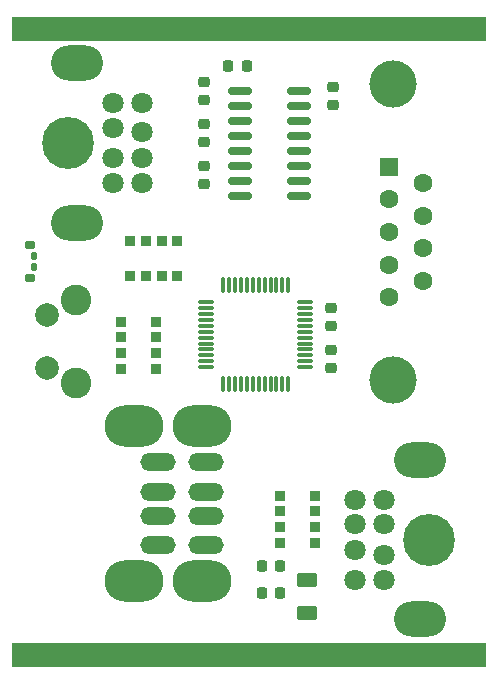
<source format=gbr>
%TF.GenerationSoftware,KiCad,Pcbnew,(6.0.6)*%
%TF.CreationDate,2022-11-01T13:57:15+00:00*%
%TF.ProjectId,ps2usb,70733275-7362-42e6-9b69-6361645f7063,rev?*%
%TF.SameCoordinates,Original*%
%TF.FileFunction,Soldermask,Top*%
%TF.FilePolarity,Negative*%
%FSLAX46Y46*%
G04 Gerber Fmt 4.6, Leading zero omitted, Abs format (unit mm)*
G04 Created by KiCad (PCBNEW (6.0.6)) date 2022-11-01 13:57:15*
%MOMM*%
%LPD*%
G01*
G04 APERTURE LIST*
G04 Aperture macros list*
%AMRoundRect*
0 Rectangle with rounded corners*
0 $1 Rounding radius*
0 $2 $3 $4 $5 $6 $7 $8 $9 X,Y pos of 4 corners*
0 Add a 4 corners polygon primitive as box body*
4,1,4,$2,$3,$4,$5,$6,$7,$8,$9,$2,$3,0*
0 Add four circle primitives for the rounded corners*
1,1,$1+$1,$2,$3*
1,1,$1+$1,$4,$5*
1,1,$1+$1,$6,$7*
1,1,$1+$1,$8,$9*
0 Add four rect primitives between the rounded corners*
20,1,$1+$1,$2,$3,$4,$5,0*
20,1,$1+$1,$4,$5,$6,$7,0*
20,1,$1+$1,$6,$7,$8,$9,0*
20,1,$1+$1,$8,$9,$2,$3,0*%
G04 Aperture macros list end*
%ADD10C,0.100000*%
%ADD11RoundRect,0.225000X-0.250000X0.225000X-0.250000X-0.225000X0.250000X-0.225000X0.250000X0.225000X0*%
%ADD12RoundRect,0.225000X0.250000X-0.225000X0.250000X0.225000X-0.250000X0.225000X-0.250000X-0.225000X0*%
%ADD13C,1.800000*%
%ADD14O,4.400000X3.000000*%
%ADD15C,4.400000*%
%ADD16RoundRect,0.150000X0.300000X0.150000X-0.300000X0.150000X-0.300000X-0.150000X0.300000X-0.150000X0*%
%ADD17RoundRect,0.137500X0.137500X0.162500X-0.137500X0.162500X-0.137500X-0.162500X0.137500X-0.162500X0*%
%ADD18R,0.900000X0.900000*%
%ADD19RoundRect,0.225000X-0.225000X-0.250000X0.225000X-0.250000X0.225000X0.250000X-0.225000X0.250000X0*%
%ADD20O,3.000000X1.500000*%
%ADD21O,5.000000X3.500000*%
%ADD22O,0.300000X1.400000*%
%ADD23O,1.400000X0.300000*%
%ADD24RoundRect,0.150000X-0.825000X-0.150000X0.825000X-0.150000X0.825000X0.150000X-0.825000X0.150000X0*%
%ADD25C,2.000000*%
%ADD26C,2.600000*%
%ADD27C,4.000000*%
%ADD28R,1.600000X1.600000*%
%ADD29C,1.600000*%
%ADD30RoundRect,0.250000X-0.625000X0.375000X-0.625000X-0.375000X0.625000X-0.375000X0.625000X0.375000X0*%
G04 APERTURE END LIST*
D10*
X137000000Y-122500000D02*
X97000000Y-122500000D01*
X97000000Y-122500000D02*
X97000000Y-120500000D01*
X97000000Y-120500000D02*
X137000000Y-120500000D01*
X137000000Y-120500000D02*
X137000000Y-122500000D01*
G36*
X137000000Y-122500000D02*
G01*
X97000000Y-122500000D01*
X97000000Y-120500000D01*
X137000000Y-120500000D01*
X137000000Y-122500000D01*
G37*
X137000000Y-69500000D02*
X97000000Y-69500000D01*
X97000000Y-69500000D02*
X97000000Y-67500000D01*
X97000000Y-67500000D02*
X137000000Y-67500000D01*
X137000000Y-67500000D02*
X137000000Y-69500000D01*
G36*
X137000000Y-69500000D02*
G01*
X97000000Y-69500000D01*
X97000000Y-67500000D01*
X137000000Y-67500000D01*
X137000000Y-69500000D01*
G37*
D11*
%TO.C,C4*%
X123952000Y-92189000D03*
X123952000Y-93739000D03*
%TD*%
D12*
%TO.C,C7*%
X124178000Y-75030800D03*
X124178000Y-73480800D03*
%TD*%
D13*
%TO.C,J3*%
X128500000Y-110500000D03*
X128500000Y-113100000D03*
X128500000Y-108400000D03*
X126000000Y-110500000D03*
X128500000Y-115200000D03*
X126000000Y-108400000D03*
X126000000Y-112700000D03*
X126000000Y-115200000D03*
D14*
X131500000Y-105050000D03*
X131500000Y-118550000D03*
D15*
X132300000Y-111800000D03*
%TD*%
D16*
%TO.C,D1*%
X98500000Y-86850000D03*
D17*
X98825000Y-87800000D03*
X98825000Y-88700000D03*
D16*
X98500000Y-89650000D03*
%TD*%
D18*
%TO.C,RN3*%
X106168000Y-93322000D03*
X106168000Y-94662000D03*
X106168000Y-95982000D03*
X106168000Y-97322000D03*
X109168000Y-97322000D03*
X109168000Y-95982000D03*
X109168000Y-94662000D03*
X109168000Y-93322000D03*
%TD*%
%TO.C,RN1*%
X110966000Y-86500000D03*
X109626000Y-86500000D03*
X108306000Y-86500000D03*
X106966000Y-86500000D03*
X106966000Y-89500000D03*
X108306000Y-89500000D03*
X109626000Y-89500000D03*
X110966000Y-89500000D03*
%TD*%
D19*
%TO.C,C1*%
X118097000Y-116332000D03*
X119647000Y-116332000D03*
%TD*%
D20*
%TO.C,J2*%
X113360000Y-105250000D03*
X109340000Y-105250000D03*
X113360000Y-107750000D03*
X109340000Y-107750000D03*
X113360000Y-109750000D03*
X109340000Y-109750000D03*
X113360000Y-112250000D03*
X109340000Y-112250000D03*
D21*
X107330000Y-102180000D03*
X107330000Y-115320000D03*
X113010000Y-115320000D03*
X113010000Y-102180000D03*
%TD*%
D22*
%TO.C,U1*%
X120352000Y-90235000D03*
X119852000Y-90235000D03*
X119352000Y-90235000D03*
X118852000Y-90235000D03*
X118352000Y-90235000D03*
X117852000Y-90235000D03*
X117352000Y-90235000D03*
X116852000Y-90235000D03*
X116352000Y-90235000D03*
X115852000Y-90235000D03*
X115352000Y-90235000D03*
X114852000Y-90235000D03*
D23*
X113402000Y-91685000D03*
X113402000Y-92185000D03*
X113402000Y-92685000D03*
X113402000Y-93185000D03*
X113402000Y-93685000D03*
X113402000Y-94185000D03*
X113402000Y-94685000D03*
X113402000Y-95185000D03*
X113402000Y-95685000D03*
X113402000Y-96185000D03*
X113402000Y-96685000D03*
X113402000Y-97185000D03*
D22*
X114852000Y-98635000D03*
X115352000Y-98635000D03*
X115852000Y-98635000D03*
X116352000Y-98635000D03*
X116852000Y-98635000D03*
X117352000Y-98635000D03*
X117852000Y-98635000D03*
X118352000Y-98635000D03*
X118852000Y-98635000D03*
X119352000Y-98635000D03*
X119852000Y-98635000D03*
X120352000Y-98635000D03*
D23*
X121802000Y-97185000D03*
X121802000Y-96685000D03*
X121802000Y-96185000D03*
X121802000Y-95685000D03*
X121802000Y-95185000D03*
X121802000Y-94685000D03*
X121802000Y-94185000D03*
X121802000Y-93685000D03*
X121802000Y-93185000D03*
X121802000Y-92685000D03*
X121802000Y-92185000D03*
X121802000Y-91685000D03*
%TD*%
D18*
%TO.C,RN2*%
X122630000Y-112054000D03*
X122630000Y-110714000D03*
X122630000Y-109394000D03*
X122630000Y-108054000D03*
X119630000Y-108054000D03*
X119630000Y-109394000D03*
X119630000Y-110714000D03*
X119630000Y-112054000D03*
%TD*%
D24*
%TO.C,U2*%
X116275000Y-73788800D03*
X116275000Y-75058800D03*
X116275000Y-76328800D03*
X116275000Y-77598800D03*
X116275000Y-78868800D03*
X116275000Y-80138800D03*
X116275000Y-81408800D03*
X116275000Y-82678800D03*
X121225000Y-82678800D03*
X121225000Y-81408800D03*
X121225000Y-80138800D03*
X121225000Y-78868800D03*
X121225000Y-77598800D03*
X121225000Y-76328800D03*
X121225000Y-75058800D03*
X121225000Y-73788800D03*
%TD*%
D12*
%TO.C,C6*%
X113250000Y-74599000D03*
X113250000Y-73049000D03*
%TD*%
D25*
%TO.C,S1*%
X99900000Y-92750000D03*
X99900000Y-97250000D03*
D26*
X102400000Y-98500000D03*
X102400000Y-91500000D03*
%TD*%
D19*
%TO.C,C10*%
X115275000Y-71715800D03*
X116825000Y-71715800D03*
%TD*%
D11*
%TO.C,C9*%
X113256000Y-80161000D03*
X113256000Y-81711000D03*
%TD*%
D19*
%TO.C,C2*%
X118097000Y-114046000D03*
X119647000Y-114046000D03*
%TD*%
D27*
%TO.C,J4*%
X129219669Y-98240000D03*
X129219669Y-73240000D03*
D28*
X128919669Y-80200000D03*
D29*
X128919669Y-82970000D03*
X128919669Y-85740000D03*
X128919669Y-88510000D03*
X128919669Y-91280000D03*
X131759669Y-81585000D03*
X131759669Y-84355000D03*
X131759669Y-87125000D03*
X131759669Y-89895000D03*
%TD*%
D12*
%TO.C,C3*%
X123952000Y-97295000D03*
X123952000Y-95745000D03*
%TD*%
%TO.C,C8*%
X113250000Y-78155000D03*
X113250000Y-76605000D03*
%TD*%
D13*
%TO.C,J1*%
X105500000Y-79500000D03*
X105500000Y-76900000D03*
X105500000Y-81600000D03*
X108000000Y-79500000D03*
X105500000Y-74800000D03*
X108000000Y-81600000D03*
X108000000Y-77300000D03*
X108000000Y-74800000D03*
D14*
X102500000Y-84950000D03*
D15*
X101700000Y-78200000D03*
D14*
X102500000Y-71450000D03*
%TD*%
D30*
%TO.C,F1*%
X121920000Y-115186000D03*
X121920000Y-117986000D03*
%TD*%
M02*

</source>
